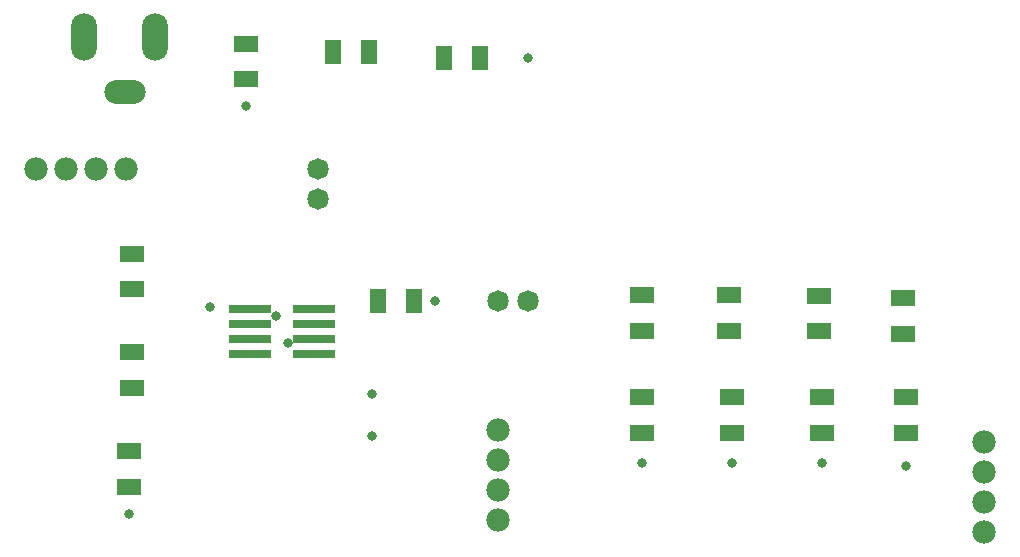
<source format=gts>
G04*
G04 #@! TF.GenerationSoftware,Altium Limited,Altium Designer,24.1.2 (44)*
G04*
G04 Layer_Color=8388736*
%FSLAX25Y25*%
%MOIN*%
G70*
G04*
G04 #@! TF.SameCoordinates,DF6D4255-D543-4343-BE3F-48429236DA3E*
G04*
G04*
G04 #@! TF.FilePolarity,Negative*
G04*
G01*
G75*
%ADD22C,0.00000*%
%ADD23R,0.14186X0.03162*%
%ADD24R,0.07900X0.05200*%
%ADD25R,0.05200X0.07900*%
%ADD26O,0.13792X0.07887*%
%ADD27O,0.08674X0.15761*%
%ADD28C,0.07800*%
%ADD29C,0.07178*%
%ADD30C,0.03300*%
D22*
X113390Y126000D02*
G03*
X113390Y126000I-3390J0D01*
G01*
Y136000D02*
G03*
X113390Y136000I-3390J0D01*
G01*
X173390Y92000D02*
G03*
X173390Y92000I-3390J0D01*
G01*
X183390D02*
G03*
X183390Y92000I-3390J0D01*
G01*
D23*
X87370Y89500D02*
D03*
Y84500D02*
D03*
Y79500D02*
D03*
Y74500D02*
D03*
X108630D02*
D03*
Y79500D02*
D03*
Y84500D02*
D03*
Y89500D02*
D03*
D24*
X86000Y166000D02*
D03*
Y177800D02*
D03*
X48000Y107800D02*
D03*
Y96000D02*
D03*
Y74850D02*
D03*
Y63050D02*
D03*
X305000Y81100D02*
D03*
Y92900D02*
D03*
X277000Y82000D02*
D03*
Y93800D02*
D03*
X247000Y82100D02*
D03*
Y93900D02*
D03*
X218000Y82100D02*
D03*
Y93900D02*
D03*
X248000Y59900D02*
D03*
Y48100D02*
D03*
X306000Y59900D02*
D03*
Y48100D02*
D03*
X218000Y59900D02*
D03*
Y48100D02*
D03*
X278000Y59900D02*
D03*
Y48100D02*
D03*
X47162Y30100D02*
D03*
Y41900D02*
D03*
D25*
X126900Y175000D02*
D03*
X115100D02*
D03*
X152100Y173000D02*
D03*
X163900D02*
D03*
X130100Y92000D02*
D03*
X141900D02*
D03*
D26*
X45779Y161693D02*
D03*
D27*
X32000Y180000D02*
D03*
X55622D02*
D03*
D28*
X36000Y136000D02*
D03*
X46000D02*
D03*
X16000D02*
D03*
X26000D02*
D03*
X170000Y29000D02*
D03*
Y19000D02*
D03*
Y49000D02*
D03*
Y39000D02*
D03*
X332000Y25000D02*
D03*
Y15000D02*
D03*
Y45000D02*
D03*
Y35000D02*
D03*
D29*
X110000Y126000D02*
D03*
Y136000D02*
D03*
X170000Y92000D02*
D03*
X180000D02*
D03*
D30*
X96000Y87000D02*
D03*
X100000Y78000D02*
D03*
X128000Y47000D02*
D03*
Y61000D02*
D03*
X180000Y173000D02*
D03*
X86000Y157000D02*
D03*
X74000Y90000D02*
D03*
X306000Y37000D02*
D03*
X278000Y38000D02*
D03*
X248000D02*
D03*
X218000D02*
D03*
X149000Y92000D02*
D03*
X47000Y21000D02*
D03*
M02*

</source>
